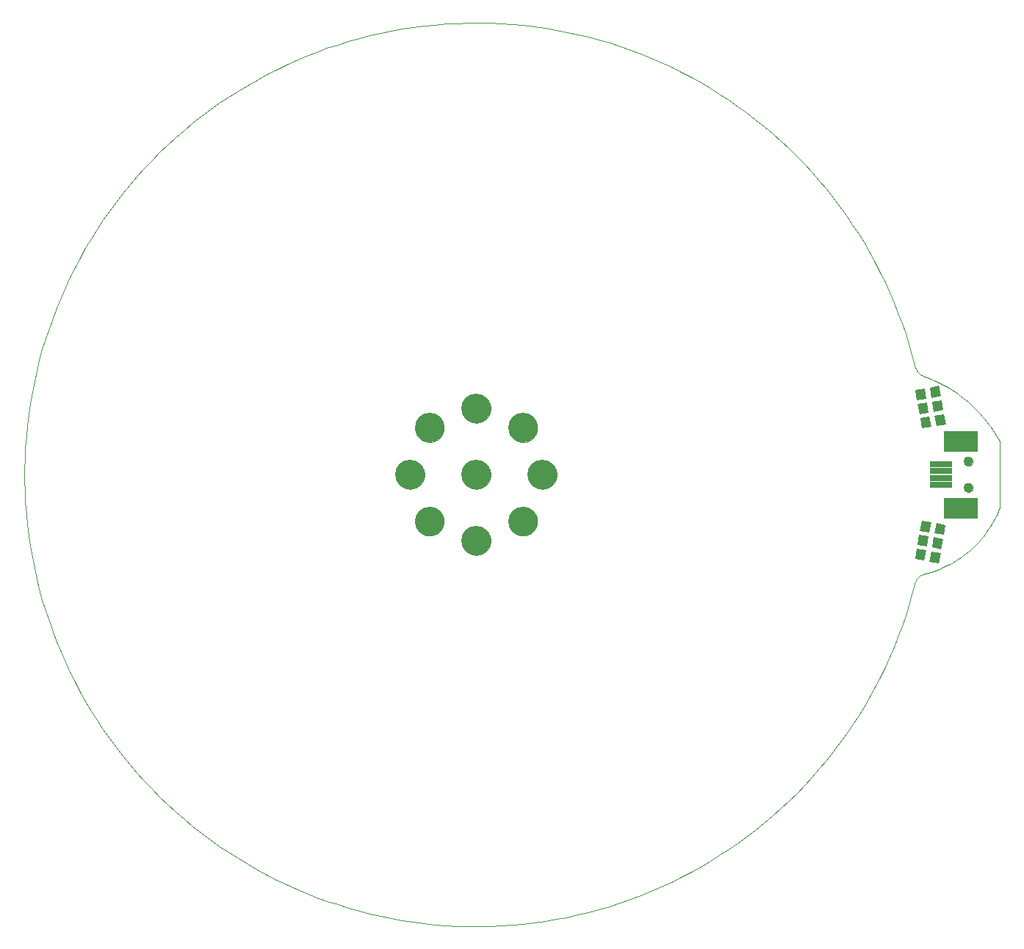
<source format=gts>
G75*
%MOIN*%
%OFA0B0*%
%FSLAX24Y24*%
%IPPOS*%
%LPD*%
%AMOC8*
5,1,8,0,0,1.08239X$1,22.5*
%
%ADD10C,0.0010*%
%ADD11C,0.0000*%
%ADD12C,0.1339*%
%ADD13R,0.1536X0.0946*%
%ADD14R,0.1024X0.0257*%
%ADD15C,0.0434*%
%ADD16R,0.0434X0.0473*%
D10*
X040496Y015646D02*
X040369Y015161D01*
X040230Y014679D01*
X040079Y014201D01*
X039917Y013727D01*
X039743Y013257D01*
X039557Y012791D01*
X039361Y012330D01*
X039153Y011874D01*
X038934Y011424D01*
X038704Y010978D01*
X038463Y010539D01*
X038212Y010105D01*
X037950Y009678D01*
X037678Y009257D01*
X037395Y008843D01*
X037102Y008436D01*
X036800Y008036D01*
X036488Y007644D01*
X036166Y007260D01*
X035835Y006883D01*
X035495Y006515D01*
X035147Y006155D01*
X034789Y005804D01*
X034423Y005462D01*
X034049Y005128D01*
X033666Y004804D01*
X033276Y004490D01*
X032878Y004185D01*
X032473Y003890D01*
X032061Y003605D01*
X031642Y003330D01*
X031216Y003065D01*
X030784Y002811D01*
X030346Y002567D01*
X029902Y002335D01*
X029453Y002113D01*
X028998Y001902D01*
X028538Y001702D01*
X028074Y001514D01*
X027605Y001337D01*
X027132Y001172D01*
X026655Y001018D01*
X026174Y000876D01*
X025690Y000746D01*
X025203Y000627D01*
X024713Y000521D01*
X024221Y000426D01*
X023727Y000344D01*
X023231Y000274D01*
X022733Y000216D01*
X022234Y000170D01*
X021734Y000136D01*
X021233Y000115D01*
X020732Y000105D01*
X020231Y000108D01*
X019730Y000124D01*
X019229Y000151D01*
X018730Y000191D01*
X018231Y000243D01*
X017734Y000307D01*
X017239Y000383D01*
X016745Y000472D01*
X016254Y000572D01*
X015766Y000684D01*
X015280Y000809D01*
X014798Y000945D01*
X014319Y001093D01*
X013844Y001252D01*
X013373Y001423D01*
X012906Y001606D01*
X012444Y001800D01*
X011986Y002005D01*
X011534Y002221D01*
X011088Y002448D01*
X010647Y002686D01*
X010212Y002935D01*
X009783Y003194D01*
X009360Y003464D01*
X008945Y003744D01*
X008536Y004034D01*
X008134Y004334D01*
X007740Y004644D01*
X007354Y004963D01*
X006976Y005292D01*
X006605Y005630D01*
X006243Y005976D01*
X005890Y006332D01*
X005545Y006696D01*
X005210Y007068D01*
X004884Y007449D01*
X004567Y007837D01*
X004259Y008233D01*
X003962Y008636D01*
X003674Y009047D01*
X003397Y009464D01*
X003129Y009888D01*
X002873Y010318D01*
X002626Y010755D01*
X002391Y011197D01*
X002167Y011646D01*
X001953Y012099D01*
X001751Y012558D01*
X001560Y013021D01*
X001380Y013489D01*
X001212Y013961D01*
X001055Y014437D01*
X000910Y014917D01*
X000777Y015400D01*
X000655Y015886D01*
X000546Y016375D01*
X000449Y016867D01*
X000363Y017361D01*
X000290Y017857D01*
X000229Y018354D01*
X000180Y018853D01*
X000143Y019353D01*
X000119Y019853D01*
X000107Y020354D01*
X000107Y020856D01*
X000119Y021357D01*
X000143Y021857D01*
X000180Y022357D01*
X000229Y022856D01*
X000290Y023353D01*
X000363Y023849D01*
X000449Y024343D01*
X000546Y024835D01*
X000655Y025324D01*
X000777Y025810D01*
X000910Y026293D01*
X001055Y026773D01*
X001212Y027249D01*
X001380Y027721D01*
X001560Y028189D01*
X001751Y028652D01*
X001953Y029111D01*
X002167Y029564D01*
X002391Y030013D01*
X002626Y030455D01*
X002873Y030892D01*
X003129Y031322D01*
X003397Y031746D01*
X003674Y032163D01*
X003962Y032574D01*
X004259Y032977D01*
X004567Y033373D01*
X004884Y033761D01*
X005210Y034142D01*
X005545Y034514D01*
X005890Y034878D01*
X006243Y035234D01*
X006605Y035580D01*
X006976Y035918D01*
X007354Y036247D01*
X007740Y036566D01*
X008134Y036876D01*
X008536Y037176D01*
X008945Y037466D01*
X009360Y037746D01*
X009783Y038016D01*
X010212Y038275D01*
X010647Y038524D01*
X011088Y038762D01*
X011534Y038989D01*
X011986Y039205D01*
X012444Y039410D01*
X012906Y039604D01*
X013373Y039787D01*
X013844Y039958D01*
X014319Y040117D01*
X014798Y040265D01*
X015280Y040401D01*
X015766Y040526D01*
X016254Y040638D01*
X016745Y040738D01*
X017239Y040827D01*
X017734Y040903D01*
X018231Y040967D01*
X018730Y041019D01*
X019229Y041059D01*
X019730Y041086D01*
X020231Y041102D01*
X020732Y041105D01*
X021233Y041095D01*
X021734Y041074D01*
X022234Y041040D01*
X022733Y040994D01*
X023231Y040936D01*
X023727Y040866D01*
X024221Y040784D01*
X024713Y040689D01*
X025203Y040583D01*
X025690Y040464D01*
X026174Y040334D01*
X026655Y040192D01*
X027132Y040038D01*
X027605Y039873D01*
X028074Y039696D01*
X028538Y039508D01*
X028998Y039308D01*
X029453Y039097D01*
X029902Y038875D01*
X030346Y038643D01*
X030784Y038399D01*
X031216Y038145D01*
X031642Y037880D01*
X032061Y037605D01*
X032473Y037320D01*
X032878Y037025D01*
X033276Y036720D01*
X033666Y036406D01*
X034049Y036082D01*
X034423Y035748D01*
X034789Y035406D01*
X035147Y035055D01*
X035495Y034695D01*
X035835Y034327D01*
X036166Y033950D01*
X036488Y033566D01*
X036800Y033174D01*
X037102Y032774D01*
X037395Y032367D01*
X037678Y031953D01*
X037950Y031532D01*
X038212Y031105D01*
X038463Y030671D01*
X038704Y030232D01*
X038934Y029786D01*
X039153Y029336D01*
X039361Y028880D01*
X039557Y028419D01*
X039743Y027953D01*
X039917Y027483D01*
X040079Y027009D01*
X040230Y026531D01*
X040369Y026049D01*
X040496Y025564D01*
X040510Y025515D01*
X040527Y025467D01*
X040548Y025421D01*
X040572Y025376D01*
X040599Y025333D01*
X040629Y025291D01*
X040662Y025252D01*
X040697Y025216D01*
X040735Y025182D01*
X040775Y025150D01*
X040817Y025122D01*
X040862Y025096D01*
X040907Y025074D01*
X040955Y025055D01*
X044355Y022105D02*
X044355Y019105D01*
X040955Y016105D02*
X040908Y016091D01*
X040862Y016074D01*
X040818Y016054D01*
X040776Y016030D01*
X040736Y016002D01*
X040697Y015972D01*
X040662Y015939D01*
X040629Y015903D01*
X040598Y015865D01*
X040571Y015825D01*
X040547Y015782D01*
X040527Y015738D01*
X040509Y015692D01*
X040496Y015646D01*
X044355Y022105D02*
X044281Y022239D01*
X044204Y022372D01*
X044124Y022503D01*
X044040Y022632D01*
X043954Y022758D01*
X043864Y022883D01*
X043771Y023005D01*
X043676Y023125D01*
X043577Y023243D01*
X043476Y023358D01*
X043371Y023470D01*
X043265Y023581D01*
X043155Y023688D01*
X043043Y023793D01*
X042928Y023895D01*
X042811Y023994D01*
X042692Y024090D01*
X042570Y024183D01*
X042446Y024274D01*
X042319Y024361D01*
X042191Y024445D01*
X042061Y024526D01*
X041929Y024604D01*
X041794Y024678D01*
X041659Y024750D01*
X041521Y024818D01*
X041382Y024882D01*
X041241Y024943D01*
X041099Y025001D01*
X040955Y025055D01*
X044355Y019105D02*
X044303Y018976D01*
X044248Y018849D01*
X044188Y018724D01*
X044126Y018600D01*
X044060Y018479D01*
X043990Y018359D01*
X043918Y018241D01*
X043842Y018125D01*
X043762Y018011D01*
X043680Y017900D01*
X043594Y017791D01*
X043506Y017684D01*
X043414Y017580D01*
X043320Y017479D01*
X043223Y017380D01*
X043123Y017284D01*
X043020Y017191D01*
X042915Y017101D01*
X042807Y017013D01*
X042697Y016929D01*
X042585Y016848D01*
X042470Y016770D01*
X042353Y016696D01*
X042234Y016624D01*
X042114Y016556D01*
X041991Y016492D01*
X041867Y016431D01*
X041741Y016373D01*
X041613Y016319D01*
X041484Y016269D01*
X041353Y016222D01*
X041222Y016179D01*
X041089Y016140D01*
X040955Y016105D01*
D11*
X042741Y020014D02*
X042743Y020041D01*
X042749Y020068D01*
X042758Y020094D01*
X042771Y020118D01*
X042787Y020141D01*
X042806Y020160D01*
X042828Y020177D01*
X042852Y020191D01*
X042877Y020201D01*
X042904Y020208D01*
X042931Y020211D01*
X042959Y020210D01*
X042986Y020205D01*
X043012Y020197D01*
X043036Y020185D01*
X043059Y020169D01*
X043080Y020151D01*
X043097Y020130D01*
X043112Y020106D01*
X043123Y020081D01*
X043131Y020055D01*
X043135Y020028D01*
X043135Y020000D01*
X043131Y019973D01*
X043123Y019947D01*
X043112Y019922D01*
X043097Y019898D01*
X043080Y019877D01*
X043059Y019859D01*
X043037Y019843D01*
X043012Y019831D01*
X042986Y019823D01*
X042959Y019818D01*
X042931Y019817D01*
X042904Y019820D01*
X042877Y019827D01*
X042852Y019837D01*
X042828Y019851D01*
X042806Y019868D01*
X042787Y019887D01*
X042771Y019910D01*
X042758Y019934D01*
X042749Y019960D01*
X042743Y019987D01*
X042741Y020014D01*
X042741Y021196D02*
X042743Y021223D01*
X042749Y021250D01*
X042758Y021276D01*
X042771Y021300D01*
X042787Y021323D01*
X042806Y021342D01*
X042828Y021359D01*
X042852Y021373D01*
X042877Y021383D01*
X042904Y021390D01*
X042931Y021393D01*
X042959Y021392D01*
X042986Y021387D01*
X043012Y021379D01*
X043036Y021367D01*
X043059Y021351D01*
X043080Y021333D01*
X043097Y021312D01*
X043112Y021288D01*
X043123Y021263D01*
X043131Y021237D01*
X043135Y021210D01*
X043135Y021182D01*
X043131Y021155D01*
X043123Y021129D01*
X043112Y021104D01*
X043097Y021080D01*
X043080Y021059D01*
X043059Y021041D01*
X043037Y021025D01*
X043012Y021013D01*
X042986Y021005D01*
X042959Y021000D01*
X042931Y020999D01*
X042904Y021002D01*
X042877Y021009D01*
X042852Y021019D01*
X042828Y021033D01*
X042806Y021050D01*
X042787Y021069D01*
X042771Y021092D01*
X042758Y021116D01*
X042749Y021142D01*
X042743Y021169D01*
X042741Y021196D01*
X022955Y020605D02*
X022957Y020655D01*
X022963Y020705D01*
X022973Y020755D01*
X022986Y020803D01*
X023003Y020851D01*
X023024Y020897D01*
X023048Y020941D01*
X023076Y020983D01*
X023107Y021023D01*
X023141Y021060D01*
X023178Y021095D01*
X023217Y021126D01*
X023258Y021155D01*
X023302Y021180D01*
X023348Y021202D01*
X023395Y021220D01*
X023443Y021234D01*
X023492Y021245D01*
X023542Y021252D01*
X023592Y021255D01*
X023643Y021254D01*
X023693Y021249D01*
X023743Y021240D01*
X023791Y021228D01*
X023839Y021211D01*
X023885Y021191D01*
X023930Y021168D01*
X023973Y021141D01*
X024013Y021111D01*
X024051Y021078D01*
X024086Y021042D01*
X024119Y021003D01*
X024148Y020962D01*
X024174Y020919D01*
X024197Y020874D01*
X024216Y020827D01*
X024231Y020779D01*
X024243Y020730D01*
X024251Y020680D01*
X024255Y020630D01*
X024255Y020580D01*
X024251Y020530D01*
X024243Y020480D01*
X024231Y020431D01*
X024216Y020383D01*
X024197Y020336D01*
X024174Y020291D01*
X024148Y020248D01*
X024119Y020207D01*
X024086Y020168D01*
X024051Y020132D01*
X024013Y020099D01*
X023973Y020069D01*
X023930Y020042D01*
X023885Y020019D01*
X023839Y019999D01*
X023791Y019982D01*
X023743Y019970D01*
X023693Y019961D01*
X023643Y019956D01*
X023592Y019955D01*
X023542Y019958D01*
X023492Y019965D01*
X023443Y019976D01*
X023395Y019990D01*
X023348Y020008D01*
X023302Y020030D01*
X023258Y020055D01*
X023217Y020084D01*
X023178Y020115D01*
X023141Y020150D01*
X023107Y020187D01*
X023076Y020227D01*
X023048Y020269D01*
X023024Y020313D01*
X023003Y020359D01*
X022986Y020407D01*
X022973Y020455D01*
X022963Y020505D01*
X022957Y020555D01*
X022955Y020605D01*
X022076Y022726D02*
X022078Y022776D01*
X022084Y022826D01*
X022094Y022876D01*
X022107Y022924D01*
X022124Y022972D01*
X022145Y023018D01*
X022169Y023062D01*
X022197Y023104D01*
X022228Y023144D01*
X022262Y023181D01*
X022299Y023216D01*
X022338Y023247D01*
X022379Y023276D01*
X022423Y023301D01*
X022469Y023323D01*
X022516Y023341D01*
X022564Y023355D01*
X022613Y023366D01*
X022663Y023373D01*
X022713Y023376D01*
X022764Y023375D01*
X022814Y023370D01*
X022864Y023361D01*
X022912Y023349D01*
X022960Y023332D01*
X023006Y023312D01*
X023051Y023289D01*
X023094Y023262D01*
X023134Y023232D01*
X023172Y023199D01*
X023207Y023163D01*
X023240Y023124D01*
X023269Y023083D01*
X023295Y023040D01*
X023318Y022995D01*
X023337Y022948D01*
X023352Y022900D01*
X023364Y022851D01*
X023372Y022801D01*
X023376Y022751D01*
X023376Y022701D01*
X023372Y022651D01*
X023364Y022601D01*
X023352Y022552D01*
X023337Y022504D01*
X023318Y022457D01*
X023295Y022412D01*
X023269Y022369D01*
X023240Y022328D01*
X023207Y022289D01*
X023172Y022253D01*
X023134Y022220D01*
X023094Y022190D01*
X023051Y022163D01*
X023006Y022140D01*
X022960Y022120D01*
X022912Y022103D01*
X022864Y022091D01*
X022814Y022082D01*
X022764Y022077D01*
X022713Y022076D01*
X022663Y022079D01*
X022613Y022086D01*
X022564Y022097D01*
X022516Y022111D01*
X022469Y022129D01*
X022423Y022151D01*
X022379Y022176D01*
X022338Y022205D01*
X022299Y022236D01*
X022262Y022271D01*
X022228Y022308D01*
X022197Y022348D01*
X022169Y022390D01*
X022145Y022434D01*
X022124Y022480D01*
X022107Y022528D01*
X022094Y022576D01*
X022084Y022626D01*
X022078Y022676D01*
X022076Y022726D01*
X019955Y023605D02*
X019957Y023655D01*
X019963Y023705D01*
X019973Y023755D01*
X019986Y023803D01*
X020003Y023851D01*
X020024Y023897D01*
X020048Y023941D01*
X020076Y023983D01*
X020107Y024023D01*
X020141Y024060D01*
X020178Y024095D01*
X020217Y024126D01*
X020258Y024155D01*
X020302Y024180D01*
X020348Y024202D01*
X020395Y024220D01*
X020443Y024234D01*
X020492Y024245D01*
X020542Y024252D01*
X020592Y024255D01*
X020643Y024254D01*
X020693Y024249D01*
X020743Y024240D01*
X020791Y024228D01*
X020839Y024211D01*
X020885Y024191D01*
X020930Y024168D01*
X020973Y024141D01*
X021013Y024111D01*
X021051Y024078D01*
X021086Y024042D01*
X021119Y024003D01*
X021148Y023962D01*
X021174Y023919D01*
X021197Y023874D01*
X021216Y023827D01*
X021231Y023779D01*
X021243Y023730D01*
X021251Y023680D01*
X021255Y023630D01*
X021255Y023580D01*
X021251Y023530D01*
X021243Y023480D01*
X021231Y023431D01*
X021216Y023383D01*
X021197Y023336D01*
X021174Y023291D01*
X021148Y023248D01*
X021119Y023207D01*
X021086Y023168D01*
X021051Y023132D01*
X021013Y023099D01*
X020973Y023069D01*
X020930Y023042D01*
X020885Y023019D01*
X020839Y022999D01*
X020791Y022982D01*
X020743Y022970D01*
X020693Y022961D01*
X020643Y022956D01*
X020592Y022955D01*
X020542Y022958D01*
X020492Y022965D01*
X020443Y022976D01*
X020395Y022990D01*
X020348Y023008D01*
X020302Y023030D01*
X020258Y023055D01*
X020217Y023084D01*
X020178Y023115D01*
X020141Y023150D01*
X020107Y023187D01*
X020076Y023227D01*
X020048Y023269D01*
X020024Y023313D01*
X020003Y023359D01*
X019986Y023407D01*
X019973Y023455D01*
X019963Y023505D01*
X019957Y023555D01*
X019955Y023605D01*
X017834Y022726D02*
X017836Y022776D01*
X017842Y022826D01*
X017852Y022876D01*
X017865Y022924D01*
X017882Y022972D01*
X017903Y023018D01*
X017927Y023062D01*
X017955Y023104D01*
X017986Y023144D01*
X018020Y023181D01*
X018057Y023216D01*
X018096Y023247D01*
X018137Y023276D01*
X018181Y023301D01*
X018227Y023323D01*
X018274Y023341D01*
X018322Y023355D01*
X018371Y023366D01*
X018421Y023373D01*
X018471Y023376D01*
X018522Y023375D01*
X018572Y023370D01*
X018622Y023361D01*
X018670Y023349D01*
X018718Y023332D01*
X018764Y023312D01*
X018809Y023289D01*
X018852Y023262D01*
X018892Y023232D01*
X018930Y023199D01*
X018965Y023163D01*
X018998Y023124D01*
X019027Y023083D01*
X019053Y023040D01*
X019076Y022995D01*
X019095Y022948D01*
X019110Y022900D01*
X019122Y022851D01*
X019130Y022801D01*
X019134Y022751D01*
X019134Y022701D01*
X019130Y022651D01*
X019122Y022601D01*
X019110Y022552D01*
X019095Y022504D01*
X019076Y022457D01*
X019053Y022412D01*
X019027Y022369D01*
X018998Y022328D01*
X018965Y022289D01*
X018930Y022253D01*
X018892Y022220D01*
X018852Y022190D01*
X018809Y022163D01*
X018764Y022140D01*
X018718Y022120D01*
X018670Y022103D01*
X018622Y022091D01*
X018572Y022082D01*
X018522Y022077D01*
X018471Y022076D01*
X018421Y022079D01*
X018371Y022086D01*
X018322Y022097D01*
X018274Y022111D01*
X018227Y022129D01*
X018181Y022151D01*
X018137Y022176D01*
X018096Y022205D01*
X018057Y022236D01*
X018020Y022271D01*
X017986Y022308D01*
X017955Y022348D01*
X017927Y022390D01*
X017903Y022434D01*
X017882Y022480D01*
X017865Y022528D01*
X017852Y022576D01*
X017842Y022626D01*
X017836Y022676D01*
X017834Y022726D01*
X016955Y020605D02*
X016957Y020655D01*
X016963Y020705D01*
X016973Y020755D01*
X016986Y020803D01*
X017003Y020851D01*
X017024Y020897D01*
X017048Y020941D01*
X017076Y020983D01*
X017107Y021023D01*
X017141Y021060D01*
X017178Y021095D01*
X017217Y021126D01*
X017258Y021155D01*
X017302Y021180D01*
X017348Y021202D01*
X017395Y021220D01*
X017443Y021234D01*
X017492Y021245D01*
X017542Y021252D01*
X017592Y021255D01*
X017643Y021254D01*
X017693Y021249D01*
X017743Y021240D01*
X017791Y021228D01*
X017839Y021211D01*
X017885Y021191D01*
X017930Y021168D01*
X017973Y021141D01*
X018013Y021111D01*
X018051Y021078D01*
X018086Y021042D01*
X018119Y021003D01*
X018148Y020962D01*
X018174Y020919D01*
X018197Y020874D01*
X018216Y020827D01*
X018231Y020779D01*
X018243Y020730D01*
X018251Y020680D01*
X018255Y020630D01*
X018255Y020580D01*
X018251Y020530D01*
X018243Y020480D01*
X018231Y020431D01*
X018216Y020383D01*
X018197Y020336D01*
X018174Y020291D01*
X018148Y020248D01*
X018119Y020207D01*
X018086Y020168D01*
X018051Y020132D01*
X018013Y020099D01*
X017973Y020069D01*
X017930Y020042D01*
X017885Y020019D01*
X017839Y019999D01*
X017791Y019982D01*
X017743Y019970D01*
X017693Y019961D01*
X017643Y019956D01*
X017592Y019955D01*
X017542Y019958D01*
X017492Y019965D01*
X017443Y019976D01*
X017395Y019990D01*
X017348Y020008D01*
X017302Y020030D01*
X017258Y020055D01*
X017217Y020084D01*
X017178Y020115D01*
X017141Y020150D01*
X017107Y020187D01*
X017076Y020227D01*
X017048Y020269D01*
X017024Y020313D01*
X017003Y020359D01*
X016986Y020407D01*
X016973Y020455D01*
X016963Y020505D01*
X016957Y020555D01*
X016955Y020605D01*
X017834Y018484D02*
X017836Y018534D01*
X017842Y018584D01*
X017852Y018634D01*
X017865Y018682D01*
X017882Y018730D01*
X017903Y018776D01*
X017927Y018820D01*
X017955Y018862D01*
X017986Y018902D01*
X018020Y018939D01*
X018057Y018974D01*
X018096Y019005D01*
X018137Y019034D01*
X018181Y019059D01*
X018227Y019081D01*
X018274Y019099D01*
X018322Y019113D01*
X018371Y019124D01*
X018421Y019131D01*
X018471Y019134D01*
X018522Y019133D01*
X018572Y019128D01*
X018622Y019119D01*
X018670Y019107D01*
X018718Y019090D01*
X018764Y019070D01*
X018809Y019047D01*
X018852Y019020D01*
X018892Y018990D01*
X018930Y018957D01*
X018965Y018921D01*
X018998Y018882D01*
X019027Y018841D01*
X019053Y018798D01*
X019076Y018753D01*
X019095Y018706D01*
X019110Y018658D01*
X019122Y018609D01*
X019130Y018559D01*
X019134Y018509D01*
X019134Y018459D01*
X019130Y018409D01*
X019122Y018359D01*
X019110Y018310D01*
X019095Y018262D01*
X019076Y018215D01*
X019053Y018170D01*
X019027Y018127D01*
X018998Y018086D01*
X018965Y018047D01*
X018930Y018011D01*
X018892Y017978D01*
X018852Y017948D01*
X018809Y017921D01*
X018764Y017898D01*
X018718Y017878D01*
X018670Y017861D01*
X018622Y017849D01*
X018572Y017840D01*
X018522Y017835D01*
X018471Y017834D01*
X018421Y017837D01*
X018371Y017844D01*
X018322Y017855D01*
X018274Y017869D01*
X018227Y017887D01*
X018181Y017909D01*
X018137Y017934D01*
X018096Y017963D01*
X018057Y017994D01*
X018020Y018029D01*
X017986Y018066D01*
X017955Y018106D01*
X017927Y018148D01*
X017903Y018192D01*
X017882Y018238D01*
X017865Y018286D01*
X017852Y018334D01*
X017842Y018384D01*
X017836Y018434D01*
X017834Y018484D01*
X019955Y017605D02*
X019957Y017655D01*
X019963Y017705D01*
X019973Y017755D01*
X019986Y017803D01*
X020003Y017851D01*
X020024Y017897D01*
X020048Y017941D01*
X020076Y017983D01*
X020107Y018023D01*
X020141Y018060D01*
X020178Y018095D01*
X020217Y018126D01*
X020258Y018155D01*
X020302Y018180D01*
X020348Y018202D01*
X020395Y018220D01*
X020443Y018234D01*
X020492Y018245D01*
X020542Y018252D01*
X020592Y018255D01*
X020643Y018254D01*
X020693Y018249D01*
X020743Y018240D01*
X020791Y018228D01*
X020839Y018211D01*
X020885Y018191D01*
X020930Y018168D01*
X020973Y018141D01*
X021013Y018111D01*
X021051Y018078D01*
X021086Y018042D01*
X021119Y018003D01*
X021148Y017962D01*
X021174Y017919D01*
X021197Y017874D01*
X021216Y017827D01*
X021231Y017779D01*
X021243Y017730D01*
X021251Y017680D01*
X021255Y017630D01*
X021255Y017580D01*
X021251Y017530D01*
X021243Y017480D01*
X021231Y017431D01*
X021216Y017383D01*
X021197Y017336D01*
X021174Y017291D01*
X021148Y017248D01*
X021119Y017207D01*
X021086Y017168D01*
X021051Y017132D01*
X021013Y017099D01*
X020973Y017069D01*
X020930Y017042D01*
X020885Y017019D01*
X020839Y016999D01*
X020791Y016982D01*
X020743Y016970D01*
X020693Y016961D01*
X020643Y016956D01*
X020592Y016955D01*
X020542Y016958D01*
X020492Y016965D01*
X020443Y016976D01*
X020395Y016990D01*
X020348Y017008D01*
X020302Y017030D01*
X020258Y017055D01*
X020217Y017084D01*
X020178Y017115D01*
X020141Y017150D01*
X020107Y017187D01*
X020076Y017227D01*
X020048Y017269D01*
X020024Y017313D01*
X020003Y017359D01*
X019986Y017407D01*
X019973Y017455D01*
X019963Y017505D01*
X019957Y017555D01*
X019955Y017605D01*
X022076Y018484D02*
X022078Y018534D01*
X022084Y018584D01*
X022094Y018634D01*
X022107Y018682D01*
X022124Y018730D01*
X022145Y018776D01*
X022169Y018820D01*
X022197Y018862D01*
X022228Y018902D01*
X022262Y018939D01*
X022299Y018974D01*
X022338Y019005D01*
X022379Y019034D01*
X022423Y019059D01*
X022469Y019081D01*
X022516Y019099D01*
X022564Y019113D01*
X022613Y019124D01*
X022663Y019131D01*
X022713Y019134D01*
X022764Y019133D01*
X022814Y019128D01*
X022864Y019119D01*
X022912Y019107D01*
X022960Y019090D01*
X023006Y019070D01*
X023051Y019047D01*
X023094Y019020D01*
X023134Y018990D01*
X023172Y018957D01*
X023207Y018921D01*
X023240Y018882D01*
X023269Y018841D01*
X023295Y018798D01*
X023318Y018753D01*
X023337Y018706D01*
X023352Y018658D01*
X023364Y018609D01*
X023372Y018559D01*
X023376Y018509D01*
X023376Y018459D01*
X023372Y018409D01*
X023364Y018359D01*
X023352Y018310D01*
X023337Y018262D01*
X023318Y018215D01*
X023295Y018170D01*
X023269Y018127D01*
X023240Y018086D01*
X023207Y018047D01*
X023172Y018011D01*
X023134Y017978D01*
X023094Y017948D01*
X023051Y017921D01*
X023006Y017898D01*
X022960Y017878D01*
X022912Y017861D01*
X022864Y017849D01*
X022814Y017840D01*
X022764Y017835D01*
X022713Y017834D01*
X022663Y017837D01*
X022613Y017844D01*
X022564Y017855D01*
X022516Y017869D01*
X022469Y017887D01*
X022423Y017909D01*
X022379Y017934D01*
X022338Y017963D01*
X022299Y017994D01*
X022262Y018029D01*
X022228Y018066D01*
X022197Y018106D01*
X022169Y018148D01*
X022145Y018192D01*
X022124Y018238D01*
X022107Y018286D01*
X022094Y018334D01*
X022084Y018384D01*
X022078Y018434D01*
X022076Y018484D01*
X019955Y020605D02*
X019957Y020655D01*
X019963Y020705D01*
X019973Y020755D01*
X019986Y020803D01*
X020003Y020851D01*
X020024Y020897D01*
X020048Y020941D01*
X020076Y020983D01*
X020107Y021023D01*
X020141Y021060D01*
X020178Y021095D01*
X020217Y021126D01*
X020258Y021155D01*
X020302Y021180D01*
X020348Y021202D01*
X020395Y021220D01*
X020443Y021234D01*
X020492Y021245D01*
X020542Y021252D01*
X020592Y021255D01*
X020643Y021254D01*
X020693Y021249D01*
X020743Y021240D01*
X020791Y021228D01*
X020839Y021211D01*
X020885Y021191D01*
X020930Y021168D01*
X020973Y021141D01*
X021013Y021111D01*
X021051Y021078D01*
X021086Y021042D01*
X021119Y021003D01*
X021148Y020962D01*
X021174Y020919D01*
X021197Y020874D01*
X021216Y020827D01*
X021231Y020779D01*
X021243Y020730D01*
X021251Y020680D01*
X021255Y020630D01*
X021255Y020580D01*
X021251Y020530D01*
X021243Y020480D01*
X021231Y020431D01*
X021216Y020383D01*
X021197Y020336D01*
X021174Y020291D01*
X021148Y020248D01*
X021119Y020207D01*
X021086Y020168D01*
X021051Y020132D01*
X021013Y020099D01*
X020973Y020069D01*
X020930Y020042D01*
X020885Y020019D01*
X020839Y019999D01*
X020791Y019982D01*
X020743Y019970D01*
X020693Y019961D01*
X020643Y019956D01*
X020592Y019955D01*
X020542Y019958D01*
X020492Y019965D01*
X020443Y019976D01*
X020395Y019990D01*
X020348Y020008D01*
X020302Y020030D01*
X020258Y020055D01*
X020217Y020084D01*
X020178Y020115D01*
X020141Y020150D01*
X020107Y020187D01*
X020076Y020227D01*
X020048Y020269D01*
X020024Y020313D01*
X020003Y020359D01*
X019986Y020407D01*
X019973Y020455D01*
X019963Y020505D01*
X019957Y020555D01*
X019955Y020605D01*
D12*
X018484Y018484D03*
X020605Y017605D03*
X022726Y018484D03*
X023605Y020605D03*
X022726Y022726D03*
X020605Y023605D03*
X018484Y022726D03*
X017605Y020605D03*
X020605Y020605D03*
D13*
X042603Y019089D03*
X042603Y022121D03*
D14*
X041698Y021077D03*
X041698Y020762D03*
X041698Y020448D03*
X041698Y020133D03*
D15*
X042938Y020014D03*
X042938Y021196D03*
D16*
G36*
X040747Y023158D02*
X041173Y023234D01*
X041255Y022770D01*
X040829Y022694D01*
X040747Y023158D01*
G37*
G36*
X040634Y023798D02*
X041060Y023874D01*
X041142Y023410D01*
X040716Y023334D01*
X040634Y023798D01*
G37*
G36*
X040521Y024438D02*
X040947Y024514D01*
X041029Y024050D01*
X040603Y023974D01*
X040521Y024438D01*
G37*
G36*
X041180Y024555D02*
X041606Y024631D01*
X041688Y024167D01*
X041262Y024091D01*
X041180Y024555D01*
G37*
G36*
X041293Y023914D02*
X041719Y023990D01*
X041801Y023526D01*
X041375Y023450D01*
X041293Y023914D01*
G37*
G36*
X041406Y023274D02*
X041832Y023350D01*
X041914Y022886D01*
X041488Y022810D01*
X041406Y023274D01*
G37*
G36*
X040820Y018514D02*
X041246Y018438D01*
X041164Y017974D01*
X040738Y018050D01*
X040820Y018514D01*
G37*
G36*
X041480Y018398D02*
X041906Y018322D01*
X041824Y017858D01*
X041398Y017934D01*
X041480Y018398D01*
G37*
G36*
X041367Y017758D02*
X041793Y017682D01*
X041711Y017218D01*
X041285Y017294D01*
X041367Y017758D01*
G37*
G36*
X040708Y017874D02*
X041134Y017798D01*
X041052Y017334D01*
X040626Y017410D01*
X040708Y017874D01*
G37*
G36*
X040595Y017234D02*
X041021Y017158D01*
X040939Y016694D01*
X040513Y016770D01*
X040595Y017234D01*
G37*
G36*
X041254Y017118D02*
X041680Y017042D01*
X041598Y016578D01*
X041172Y016654D01*
X041254Y017118D01*
G37*
M02*

</source>
